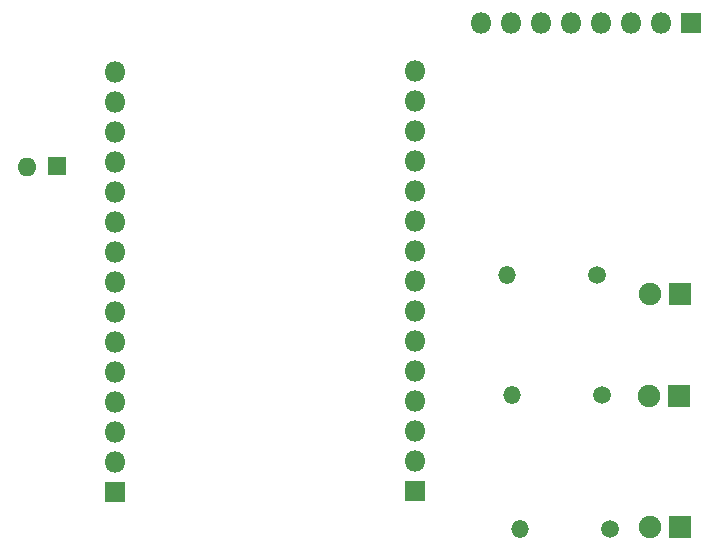
<source format=gbr>
%TF.GenerationSoftware,KiCad,Pcbnew,5.1.6-c6e7f7d~87~ubuntu20.04.1*%
%TF.CreationDate,2020-08-02T16:50:31-04:00*%
%TF.ProjectId,GaitPCB2,47616974-5043-4423-922e-6b696361645f,rev?*%
%TF.SameCoordinates,Original*%
%TF.FileFunction,Soldermask,Top*%
%TF.FilePolarity,Negative*%
%FSLAX46Y46*%
G04 Gerber Fmt 4.6, Leading zero omitted, Abs format (unit mm)*
G04 Created by KiCad (PCBNEW 5.1.6-c6e7f7d~87~ubuntu20.04.1) date 2020-08-02 16:50:31*
%MOMM*%
%LPD*%
G01*
G04 APERTURE LIST*
%ADD10O,1.800000X1.800000*%
%ADD11R,1.800000X1.800000*%
%ADD12R,1.900000X1.900000*%
%ADD13C,1.900000*%
%ADD14C,1.500000*%
%ADD15O,1.500000X1.500000*%
%ADD16R,1.600000X1.600000*%
%ADD17O,1.600000X1.600000*%
G04 APERTURE END LIST*
D10*
%TO.C,J3*%
X117450000Y-43840000D03*
X117450000Y-46380000D03*
X117450000Y-48920000D03*
X117450000Y-51460000D03*
X117450000Y-54000000D03*
X117450000Y-56540000D03*
X117450000Y-59080000D03*
X117450000Y-61620000D03*
X117450000Y-64160000D03*
X117450000Y-66700000D03*
X117450000Y-69240000D03*
X117450000Y-71780000D03*
X117450000Y-74320000D03*
X117450000Y-76860000D03*
D11*
X117450000Y-79400000D03*
%TD*%
%TO.C,J2*%
X142925000Y-79375000D03*
D10*
X142925000Y-76835000D03*
X142925000Y-74295000D03*
X142925000Y-71755000D03*
X142925000Y-69215000D03*
X142925000Y-66675000D03*
X142925000Y-64135000D03*
X142925000Y-61595000D03*
X142925000Y-59055000D03*
X142925000Y-56515000D03*
X142925000Y-53975000D03*
X142925000Y-51435000D03*
X142925000Y-48895000D03*
X142925000Y-46355000D03*
X142925000Y-43815000D03*
%TD*%
D12*
%TO.C,D1*%
X165350000Y-62675000D03*
D13*
X162810000Y-62675000D03*
%TD*%
D12*
%TO.C,D2*%
X165275000Y-71350000D03*
D13*
X162735000Y-71350000D03*
%TD*%
D12*
%TO.C,D3*%
X165350000Y-82375000D03*
D13*
X162810000Y-82375000D03*
%TD*%
D14*
%TO.C,R1*%
X158275000Y-61100000D03*
D15*
X150655000Y-61100000D03*
%TD*%
%TO.C,R2*%
X151105000Y-71200000D03*
D14*
X158725000Y-71200000D03*
%TD*%
%TO.C,R3*%
X159400000Y-82575000D03*
D15*
X151780000Y-82575000D03*
%TD*%
D11*
%TO.C,J4*%
X166250000Y-39775000D03*
D10*
X163710000Y-39775000D03*
X161170000Y-39775000D03*
X158630000Y-39775000D03*
X156090000Y-39775000D03*
X153550000Y-39775000D03*
X151010000Y-39775000D03*
X148470000Y-39775000D03*
%TD*%
D16*
%TO.C,J1*%
X112600000Y-51875000D03*
D17*
X110000000Y-51900000D03*
%TD*%
M02*

</source>
